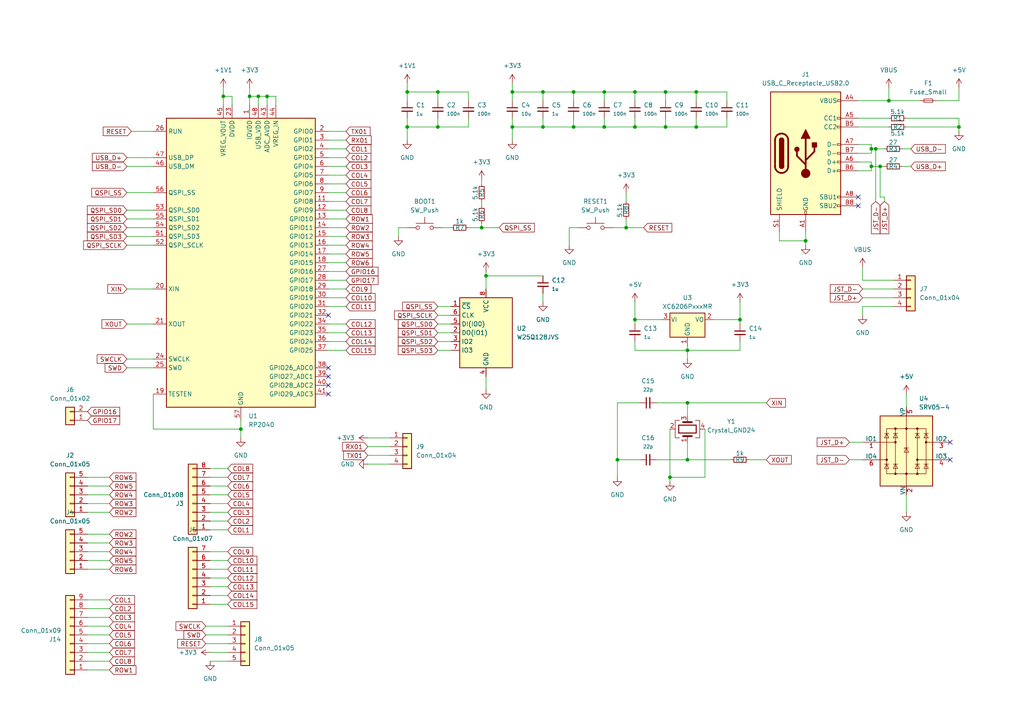
<source format=kicad_sch>
(kicad_sch (version 20230121) (generator eeschema)
  (paper "A4")
  (lib_symbols
    (symbol "Connector:USB_C_Receptacle_USB2.0" (pin_names (offset 1.016))
      (property "Reference" "J" (at -10.16 19.05 0))
      (property "Value" "USB_C_Receptacle_USB2.0" (at 19.05 19.05 0))
      (symbol "USB_C_Receptacle_USB2.0_1_1"
        (pin passive line (at 0 -22.86 90) (length 5.08) (name "GND") (number "A1"))
        (pin passive line (at 0 -22.86 90) (length 5.08) hide (name "GND") (number "A12"))
        (pin passive line (at 15.24 15.24 180) (length 5.08) (name "VBUS") (number "A4"))
        (pin bidirectional line (at 15.24 10.16 180) (length 5.08) (name "CC1") (number "A5"))
        (pin bidirectional line (at 15.24 -2.54 180) (length 5.08) (name "D+") (number "A6"))
        (pin bidirectional line (at 15.24 2.54 180) (length 5.08) (name "D-") (number "A7"))
        (pin bidirectional line (at 15.24 -12.7 180) (length 5.08) (name "SBU1") (number "A8"))
        (pin passive line (at 15.24 15.24 180) (length 5.08) hide (name "VBUS") (number "A9"))
        (pin passive line (at 0 -22.86 90) (length 5.08) hide (name "GND") (number "B1"))
        (pin passive line (at 0 -22.86 90) (length 5.08) hide (name "GND") (number "B12"))
        (pin passive line (at 15.24 15.24 180) (length 5.08) hide (name "VBUS") (number "B4"))
        (pin bidirectional line (at 15.24 7.62 180) (length 5.08) (name "CC2") (number "B5"))
        (pin bidirectional line (at 15.24 -5.08 180) (length 5.08) (name "D+") (number "B6"))
        (pin bidirectional line (at 15.24 0 180) (length 5.08) (name "D-") (number "B7"))
        (pin bidirectional line (at 15.24 -15.24 180) (length 5.08) (name "SBU2") (number "B8"))
        (pin passive line (at 15.24 15.24 180) (length 5.08) hide (name "VBUS") (number "B9"))
        (pin passive line (at -7.62 -22.86 90) (length 5.08) (name "SHIELD") (number "S1"))
      )
    )
    (symbol "Connector_Generic:Conn_01x02" (pin_names (offset 1.016) hide)
      (property "Reference" "J" (at 0 2.54 0))
      (property "Value" "Conn_01x02" (at 0 -5.08 0))
      (symbol "Conn_01x02_1_1"
        (pin passive line (at -5.08 0 0) (length 3.81) (name "Pin_1") (number "1"))
        (pin passive line (at -5.08 -2.54 0) (length 3.81) (name "Pin_2") (number "2"))
      )
    )
    (symbol "Connector_Generic:Conn_01x04" (pin_names (offset 1.016) hide)
      (property "Reference" "J" (at 0 5.08 0))
      (property "Value" "Conn_01x04" (at 0 -7.62 0))
      (symbol "Conn_01x04_1_1"
        (pin passive line (at -5.08 2.54 0) (length 3.81) (name "Pin_1") (number "1"))
        (pin passive line (at -5.08 0 0) (length 3.81) (name "Pin_2") (number "2"))
        (pin passive line (at -5.08 -2.54 0) (length 3.81) (name "Pin_3") (number "3"))
        (pin passive line (at -5.08 -5.08 0) (length 3.81) (name "Pin_4") (number "4"))
      )
    )
    (symbol "Connector_Generic:Conn_01x05" (pin_names (offset 1.016) hide)
      (property "Reference" "J" (at 0 7.62 0))
      (property "Value" "Conn_01x05" (at 0 -7.62 0))
      (symbol "Conn_01x05_1_1"
        (pin passive line (at -5.08 5.08 0) (length 3.81) (name "Pin_1") (number "1"))
        (pin passive line (at -5.08 2.54 0) (length 3.81) (name "Pin_2") (number "2"))
        (pin passive line (at -5.08 0 0) (length 3.81) (name "Pin_3") (number "3"))
        (pin passive line (at -5.08 -2.54 0) (length 3.81) (name "Pin_4") (number "4"))
        (pin passive line (at -5.08 -5.08 0) (length 3.81) (name "Pin_5") (number "5"))
      )
    )
    (symbol "Connector_Generic:Conn_01x07" (pin_names (offset 1.016) hide)
      (property "Reference" "J" (at 0 10.16 0))
      (property "Value" "Conn_01x07" (at 0 -10.16 0))
      (symbol "Conn_01x07_1_1"
        (pin passive line (at -5.08 7.62 0) (length 3.81) (name "Pin_1") (number "1"))
        (pin passive line (at -5.08 5.08 0) (length 3.81) (name "Pin_2") (number "2"))
        (pin passive line (at -5.08 2.54 0) (length 3.81) (name "Pin_3") (number "3"))
        (pin passive line (at -5.08 0 0) (length 3.81) (name "Pin_4") (number "4"))
        (pin passive line (at -5.08 -2.54 0) (length 3.81) (name "Pin_5") (number "5"))
        (pin passive line (at -5.08 -5.08 0) (length 3.81) (name "Pin_6") (number "6"))
        (pin passive line (at -5.08 -7.62 0) (length 3.81) (name "Pin_7") (number "7"))
      )
    )
    (symbol "Connector_Generic:Conn_01x08" (pin_names (offset 1.016) hide)
      (property "Reference" "J" (at 0 10.16 0))
      (property "Value" "Conn_01x08" (at 0 -12.7 0))
      (symbol "Conn_01x08_1_1"
        (pin passive line (at -5.08 7.62 0) (length 3.81) (name "Pin_1") (number "1"))
        (pin passive line (at -5.08 5.08 0) (length 3.81) (name "Pin_2") (number "2"))
        (pin passive line (at -5.08 2.54 0) (length 3.81) (name "Pin_3") (number "3"))
        (pin passive line (at -5.08 0 0) (length 3.81) (name "Pin_4") (number "4"))
        (pin passive line (at -5.08 -2.54 0) (length 3.81) (name "Pin_5") (number "5"))
        (pin passive line (at -5.08 -5.08 0) (length 3.81) (name "Pin_6") (number "6"))
        (pin passive line (at -5.08 -7.62 0) (length 3.81) (name "Pin_7") (number "7"))
        (pin passive line (at -5.08 -10.16 0) (length 3.81) (name "Pin_8") (number "8"))
      )
    )
    (symbol "Connector_Generic:Conn_01x09" (pin_names (offset 1.016) hide)
      (property "Reference" "J" (at 0 12.7 0))
      (property "Value" "Conn_01x09" (at 0 -12.7 0))
      (symbol "Conn_01x09_1_1"
        (pin passive line (at -5.08 10.16 0) (length 3.81) (name "Pin_1") (number "1"))
        (pin passive line (at -5.08 7.62 0) (length 3.81) (name "Pin_2") (number "2"))
        (pin passive line (at -5.08 5.08 0) (length 3.81) (name "Pin_3") (number "3"))
        (pin passive line (at -5.08 2.54 0) (length 3.81) (name "Pin_4") (number "4"))
        (pin passive line (at -5.08 0 0) (length 3.81) (name "Pin_5") (number "5"))
        (pin passive line (at -5.08 -2.54 0) (length 3.81) (name "Pin_6") (number "6"))
        (pin passive line (at -5.08 -5.08 0) (length 3.81) (name "Pin_7") (number "7"))
        (pin passive line (at -5.08 -7.62 0) (length 3.81) (name "Pin_8") (number "8"))
        (pin passive line (at -5.08 -10.16 0) (length 3.81) (name "Pin_9") (number "9"))
      )
    )
    (symbol "Device:C_Small" (pin_numbers hide) (pin_names (offset 0.254) hide)
      (property "Reference" "C" (at 0.254 1.778 0))
      (property "Value" "C_Small" (at 0.254 -2.032 0))
      (symbol "C_Small_1_1"
        (pin passive line (at 0 2.54 270) (length 2.032) (name "~") (number "1"))
        (pin passive line (at 0 -2.54 90) (length 2.032) (name "~") (number "2"))
      )
    )
    (symbol "Device:Crystal_GND24" (pin_names (offset 1.016) hide)
      (property "Reference" "Y" (at 3.175 5.08 0))
      (property "Value" "Crystal_GND24" (at 3.175 3.175 0))
      (symbol "Crystal_GND24_1_1"
        (pin passive line (at -3.81 0 0) (length 1.27) (name "1") (number "1"))
        (pin passive line (at 0 5.08 270) (length 1.27) (name "2") (number "2"))
        (pin passive line (at 3.81 0 180) (length 1.27) (name "3") (number "3"))
        (pin passive line (at 0 -5.08 90) (length 1.27) (name "4") (number "4"))
      )
    )
    (symbol "Device:Fuse_Small" (pin_numbers hide) (pin_names (offset 0.254) hide)
      (property "Reference" "F" (at 0 -1.524 0))
      (property "Value" "Fuse_Small" (at 0 1.524 0))
      (symbol "Fuse_Small_1_1"
        (pin passive line (at -2.54 0 0) (length 1.27) (name "~") (number "1"))
        (pin passive line (at 2.54 0 180) (length 1.27) (name "~") (number "2"))
      )
    )
    (symbol "Device:R_Small" (pin_numbers hide) (pin_names (offset 0.254) hide)
      (property "Reference" "R" (at 0.762 0.508 0))
      (property "Value" "R_Small" (at 0.762 -1.016 0))
      (symbol "R_Small_1_1"
        (pin passive line (at 0 2.54 270) (length 0.762) (name "~") (number "1"))
        (pin passive line (at 0 -2.54 90) (length 0.762) (name "~") (number "2"))
      )
    )
    (symbol "MCU_RaspberryPi:RP2040"
      (property "Reference" "U" (at 17.78 45.72 0))
      (property "Value" "RP2040" (at 17.78 43.18 0))
      (symbol "RP2040_1_1"
        (pin power_in line (at 2.54 45.72 270) (length 3.81) (name "IOVDD") (number "1"))
        (pin passive line (at 2.54 45.72 270) (length 3.81) hide (name "IOVDD") (number "10"))
        (pin bidirectional line (at 25.4 17.78 180) (length 3.81) (name "GPIO8") (number "11"))
        (pin bidirectional line (at 25.4 15.24 180) (length 3.81) (name "GPIO9") (number "12"))
        (pin bidirectional line (at 25.4 12.7 180) (length 3.81) (name "GPIO10") (number "13"))
        (pin bidirectional line (at 25.4 10.16 180) (length 3.81) (name "GPIO11") (number "14"))
        (pin bidirectional line (at 25.4 7.62 180) (length 3.81) (name "GPIO12") (number "15"))
        (pin bidirectional line (at 25.4 5.08 180) (length 3.81) (name "GPIO13") (number "16"))
        (pin bidirectional line (at 25.4 2.54 180) (length 3.81) (name "GPIO14") (number "17"))
        (pin bidirectional line (at 25.4 0 180) (length 3.81) (name "GPIO15") (number "18"))
        (pin input line (at -25.4 -38.1 0) (length 3.81) (name "TESTEN") (number "19"))
        (pin bidirectional line (at 25.4 38.1 180) (length 3.81) (name "GPIO0") (number "2"))
        (pin input line (at -25.4 -7.62 0) (length 3.81) (name "XIN") (number "20"))
        (pin passive line (at -25.4 -17.78 0) (length 3.81) (name "XOUT") (number "21"))
        (pin passive line (at 2.54 45.72 270) (length 3.81) hide (name "IOVDD") (number "22"))
        (pin power_in line (at -2.54 45.72 270) (length 3.81) (name "DVDD") (number "23"))
        (pin input line (at -25.4 -27.94 0) (length 3.81) (name "SWCLK") (number "24"))
        (pin bidirectional line (at -25.4 -30.48 0) (length 3.81) (name "SWD") (number "25"))
        (pin input line (at -25.4 38.1 0) (length 3.81) (name "RUN") (number "26"))
        (pin bidirectional line (at 25.4 -2.54 180) (length 3.81) (name "GPIO16") (number "27"))
        (pin bidirectional line (at 25.4 -5.08 180) (length 3.81) (name "GPIO17") (number "28"))
        (pin bidirectional line (at 25.4 -7.62 180) (length 3.81) (name "GPIO18") (number "29"))
        (pin bidirectional line (at 25.4 35.56 180) (length 3.81) (name "GPIO1") (number "3"))
        (pin bidirectional line (at 25.4 -10.16 180) (length 3.81) (name "GPIO19") (number "30"))
        (pin bidirectional line (at 25.4 -12.7 180) (length 3.81) (name "GPIO20") (number "31"))
        (pin bidirectional line (at 25.4 -15.24 180) (length 3.81) (name "GPIO21") (number "32"))
        (pin passive line (at 2.54 45.72 270) (length 3.81) hide (name "IOVDD") (number "33"))
        (pin bidirectional line (at 25.4 -17.78 180) (length 3.81) (name "GPIO22") (number "34"))
        (pin bidirectional line (at 25.4 -20.32 180) (length 3.81) (name "GPIO23") (number "35"))
        (pin bidirectional line (at 25.4 -22.86 180) (length 3.81) (name "GPIO24") (number "36"))
        (pin bidirectional line (at 25.4 -25.4 180) (length 3.81) (name "GPIO25") (number "37"))
        (pin bidirectional line (at 25.4 -30.48 180) (length 3.81) (name "GPIO26_ADC0") (number "38"))
        (pin bidirectional line (at 25.4 -33.02 180) (length 3.81) (name "GPIO27_ADC1") (number "39"))
        (pin bidirectional line (at 25.4 33.02 180) (length 3.81) (name "GPIO2") (number "4"))
        (pin bidirectional line (at 25.4 -35.56 180) (length 3.81) (name "GPIO28_ADC2") (number "40"))
        (pin bidirectional line (at 25.4 -38.1 180) (length 3.81) (name "GPIO29_ADC3") (number "41"))
        (pin passive line (at 2.54 45.72 270) (length 3.81) hide (name "IOVDD") (number "42"))
        (pin power_in line (at 7.62 45.72 270) (length 3.81) (name "ADC_AVDD") (number "43"))
        (pin power_in line (at 10.16 45.72 270) (length 3.81) (name "VREG_IN") (number "44"))
        (pin power_out line (at -5.08 45.72 270) (length 3.81) (name "VREG_VOUT") (number "45"))
        (pin bidirectional line (at -25.4 27.94 0) (length 3.81) (name "USB_DM") (number "46"))
        (pin bidirectional line (at -25.4 30.48 0) (length 3.81) (name "USB_DP") (number "47"))
        (pin power_in line (at 5.08 45.72 270) (length 3.81) (name "USB_VDD") (number "48"))
        (pin passive line (at 2.54 45.72 270) (length 3.81) hide (name "IOVDD") (number "49"))
        (pin bidirectional line (at 25.4 30.48 180) (length 3.81) (name "GPIO3") (number "5"))
        (pin passive line (at -2.54 45.72 270) (length 3.81) hide (name "DVDD") (number "50"))
        (pin bidirectional line (at -25.4 7.62 0) (length 3.81) (name "QSPI_SD3") (number "51"))
        (pin output line (at -25.4 5.08 0) (length 3.81) (name "QSPI_SCLK") (number "52"))
        (pin bidirectional line (at -25.4 15.24 0) (length 3.81) (name "QSPI_SD0") (number "53"))
        (pin bidirectional line (at -25.4 10.16 0) (length 3.81) (name "QSPI_SD2") (number "54"))
        (pin bidirectional line (at -25.4 12.7 0) (length 3.81) (name "QSPI_SD1") (number "55"))
        (pin bidirectional line (at -25.4 20.32 0) (length 3.81) (name "QSPI_SS") (number "56"))
        (pin power_in line (at 0 -45.72 90) (length 3.81) (name "GND") (number "57"))
        (pin bidirectional line (at 25.4 27.94 180) (length 3.81) (name "GPIO4") (number "6"))
        (pin bidirectional line (at 25.4 25.4 180) (length 3.81) (name "GPIO5") (number "7"))
        (pin bidirectional line (at 25.4 22.86 180) (length 3.81) (name "GPIO6") (number "8"))
        (pin bidirectional line (at 25.4 20.32 180) (length 3.81) (name "GPIO7") (number "9"))
      )
    )
    (symbol "Memory_Flash:W25Q128JVS"
      (property "Reference" "U" (at -8.89 8.89 0))
      (property "Value" "W25Q128JVS" (at 7.62 8.89 0))
      (symbol "W25Q128JVS_1_1"
        (pin input line (at -10.16 7.62 0) (length 2.54) (name "~{CS}") (number "1"))
        (pin bidirectional line (at -10.16 0 0) (length 2.54) (name "DO(IO1)") (number "2"))
        (pin bidirectional line (at -10.16 -2.54 0) (length 2.54) (name "IO2") (number "3"))
        (pin power_in line (at 0 -12.7 90) (length 2.54) (name "GND") (number "4"))
        (pin bidirectional line (at -10.16 2.54 0) (length 2.54) (name "DI(IO0)") (number "5"))
        (pin input line (at -10.16 5.08 0) (length 2.54) (name "CLK") (number "6"))
        (pin bidirectional line (at -10.16 -5.08 0) (length 2.54) (name "IO3") (number "7"))
        (pin power_in line (at 0 12.7 270) (length 2.54) (name "VCC") (number "8"))
      )
    )
    (symbol "PCM_marbastlib-various:SRV05-4" (pin_names (offset 0))
      (property "Reference" "U" (at -5.08 11.43 0))
      (property "Value" "SRV05-4" (at 2.54 11.43 0))
      (symbol "SRV05-4_1_1"
        (pin passive line (at -12.7 2.54 0) (length 5.08) (name "IO1") (number "1"))
        (pin passive line (at 0 -12.7 90) (length 2.54) (name "VN") (number "2"))
        (pin passive line (at 12.7 2.54 180) (length 5.08) (name "IO2") (number "3"))
        (pin passive line (at 12.7 -2.54 180) (length 5.08) (name "IO3") (number "4"))
        (pin passive line (at 0 12.7 270) (length 2.54) (name "VP") (number "5"))
        (pin passive line (at -12.7 -2.54 0) (length 5.08) (name "IO4") (number "6"))
      )
    )
    (symbol "Regulator_Linear:XC6206PxxxMR" (pin_names (offset 0.254))
      (property "Reference" "U" (at -3.81 3.175 0))
      (property "Value" "XC6206PxxxMR" (at 0 3.175 0))
      (symbol "XC6206PxxxMR_1_1"
        (pin power_in line (at 0 -7.62 90) (length 2.54) (name "GND") (number "1"))
        (pin power_out line (at 7.62 0 180) (length 2.54) (name "VO") (number "2"))
        (pin power_in line (at -7.62 0 0) (length 2.54) (name "VI") (number "3"))
      )
    )
    (symbol "Switch:SW_Push" (pin_numbers hide) (pin_names (offset 1.016) hide)
      (property "Reference" "SW" (at 1.27 2.54 0))
      (property "Value" "SW_Push" (at 0 -1.524 0))
      (symbol "SW_Push_0_1"
        (pin passive line (at -5.08 0 0) (length 2.54) (name "1") (number "1"))
        (pin passive line (at 5.08 0 180) (length 2.54) (name "2") (number "2"))
      )
    )
    (symbol "power:+1V1" (power) (pin_names (offset 0))
      (property "Value" "+1V1" (at 0 3.556 0))
      (symbol "+1V1_1_1"
        (pin power_in line (at 0 0 90) (length 0) hide (name "+1V1") (number "1"))
      )
    )
    (symbol "power:+3V3" (power) (pin_names (offset 0))
      (property "Value" "+3V3" (at 0 3.556 0))
      (symbol "+3V3_1_1"
        (pin power_in line (at 0 0 90) (length 0) hide (name "+3V3") (number "1"))
      )
    )
    (symbol "power:+5V" (power) (pin_names (offset 0))
      (property "Value" "+5V" (at 0 3.556 0))
      (symbol "+5V_1_1"
        (pin power_in line (at 0 0 90) (length 0) hide (name "+5V") (number "1"))
      )
    )
    (symbol "power:GND" (power) (pin_names (offset 0))
      (property "Value" "GND" (at 0 -3.81 0))
      (symbol "GND_1_1"
        (pin power_in line (at 0 0 270) (length 0) hide (name "GND") (number "1"))
      )
    )
    (symbol "power:VBUS" (power) (pin_names (offset 0))
      (property "Value" "VBUS" (at 0 3.81 0))
      (symbol "VBUS_1_1"
        (pin power_in line (at 0 0 90) (length 0) hide (name "VBUS") (number "1"))
      )
    )
  )
  (junction (at 64.77 27.94))
  (junction (at 118.11 36.83))
  (junction (at 214.63 92.71))
  (junction (at 148.59 26.67))
  (junction (at 193.04 36.83))
  (junction (at 127 36.83))
  (junction (at 199.39 133.35))
  (junction (at 69.85 124.46))
  (junction (at 179.07 133.35))
  (junction (at 72.39 27.94))
  (junction (at 148.59 36.83))
  (junction (at 199.39 116.84))
  (junction (at 252.73 43.18))
  (junction (at 139.7 66.04))
  (junction (at 194.31 138.43))
  (junction (at 157.48 26.67))
  (junction (at 184.15 26.67))
  (junction (at 77.47 27.94))
  (junction (at 255.27 48.26))
  (junction (at 201.93 36.83))
  (junction (at 184.15 92.71))
  (junction (at 175.26 26.67))
  (junction (at 254 43.18))
  (junction (at 201.93 26.67))
  (junction (at 184.15 36.83))
  (junction (at 257.81 29.21))
  (junction (at 175.26 36.83))
  (junction (at 166.37 36.83))
  (junction (at 278.13 36.83))
  (junction (at 127 26.67))
  (junction (at 181.61 66.04))
  (junction (at 140.97 80.01))
  (junction (at 252.73 48.26))
  (junction (at 199.39 101.6))
  (junction (at 233.68 69.85))
  (junction (at 157.48 36.83))
  (junction (at 74.93 27.94))
  (junction (at 118.11 26.67))
  (junction (at 166.37 26.67))
  (junction (at 193.04 26.67))
  (no_connect (at 248.92 59.69))
  (no_connect (at 275.59 133.35))
  (no_connect (at 95.25 109.22))
  (no_connect (at 95.25 114.3))
  (no_connect (at 275.59 128.27))
  (no_connect (at 95.25 111.76))
  (no_connect (at 95.25 91.44))
  (no_connect (at 95.25 106.68))
  (no_connect (at 248.92 57.15))
  (wire (pts (xy 199.39 133.35) (xy 212.09 133.35)))
  (wire (pts (xy 60.96 143.51) (xy 66.04 143.51)))
  (wire (pts (xy 60.96 138.43) (xy 66.04 138.43)))
  (wire (pts (xy 184.15 92.71) (xy 184.15 93.98)))
  (wire (pts (xy 36.83 71.12) (xy 44.45 71.12)))
  (wire (pts (xy 250.19 77.47) (xy 250.19 81.28)))
  (wire (pts (xy 60.96 175.26) (xy 66.04 175.26)))
  (wire (pts (xy 25.4 143.51) (xy 31.75 143.51)))
  (wire (pts (xy 140.97 78.74) (xy 140.97 80.01)))
  (wire (pts (xy 261.62 48.26) (xy 264.16 48.26)))
  (wire (pts (xy 31.75 162.56) (xy 25.4 162.56)))
  (wire (pts (xy 128.27 66.04) (xy 130.81 66.04)))
  (wire (pts (xy 60.96 191.77) (xy 66.04 191.77)))
  (wire (pts (xy 255.27 57.15) (xy 255.27 48.26)))
  (wire (pts (xy 194.31 124.46) (xy 194.31 138.43)))
  (wire (pts (xy 67.31 27.94) (xy 64.77 27.94)))
  (wire (pts (xy 95.25 86.36) (xy 100.33 86.36)))
  (wire (pts (xy 181.61 66.04) (xy 186.69 66.04)))
  (wire (pts (xy 210.82 36.83) (xy 201.93 36.83)))
  (wire (pts (xy 166.37 36.83) (xy 157.48 36.83)))
  (wire (pts (xy 157.48 36.83) (xy 148.59 36.83)))
  (wire (pts (xy 256.54 48.26) (xy 255.27 48.26)))
  (wire (pts (xy 256.54 57.15) (xy 255.27 57.15)))
  (wire (pts (xy 72.39 25.4) (xy 72.39 27.94)))
  (wire (pts (xy 127 91.44) (xy 130.81 91.44)))
  (wire (pts (xy 127 93.98) (xy 130.81 93.98)))
  (wire (pts (xy 167.64 66.04) (xy 165.1 66.04)))
  (wire (pts (xy 95.25 63.5) (xy 100.33 63.5)))
  (wire (pts (xy 190.5 116.84) (xy 199.39 116.84)))
  (wire (pts (xy 199.39 100.33) (xy 199.39 101.6)))
  (wire (pts (xy 252.73 46.99) (xy 252.73 48.26)))
  (wire (pts (xy 175.26 26.67) (xy 175.26 29.21)))
  (wire (pts (xy 148.59 26.67) (xy 157.48 26.67)))
  (wire (pts (xy 25.4 173.99) (xy 31.75 173.99)))
  (wire (pts (xy 248.92 46.99) (xy 252.73 46.99)))
  (wire (pts (xy 248.92 29.21) (xy 257.81 29.21)))
  (wire (pts (xy 72.39 27.94) (xy 72.39 30.48)))
  (wire (pts (xy 106.68 127) (xy 113.03 127)))
  (wire (pts (xy 60.96 160.02) (xy 66.04 160.02)))
  (wire (pts (xy 250.19 83.82) (xy 259.08 83.82)))
  (wire (pts (xy 25.4 181.61) (xy 31.75 181.61)))
  (wire (pts (xy 262.89 114.3) (xy 262.89 118.11)))
  (wire (pts (xy 115.57 66.04) (xy 115.57 68.58)))
  (wire (pts (xy 118.11 36.83) (xy 127 36.83)))
  (wire (pts (xy 184.15 87.63) (xy 184.15 92.71)))
  (wire (pts (xy 199.39 116.84) (xy 199.39 120.65)))
  (wire (pts (xy 250.19 81.28) (xy 259.08 81.28)))
  (wire (pts (xy 250.19 91.44) (xy 250.19 88.9)))
  (wire (pts (xy 95.25 53.34) (xy 100.33 53.34)))
  (wire (pts (xy 38.1 38.1) (xy 44.45 38.1)))
  (wire (pts (xy 44.45 114.3) (xy 44.45 124.46)))
  (wire (pts (xy 95.25 38.1) (xy 100.33 38.1)))
  (wire (pts (xy 139.7 52.07) (xy 139.7 53.34)))
  (wire (pts (xy 190.5 133.35) (xy 199.39 133.35)))
  (wire (pts (xy 214.63 92.71) (xy 214.63 93.98)))
  (wire (pts (xy 25.4 194.31) (xy 31.75 194.31)))
  (wire (pts (xy 165.1 66.04) (xy 165.1 71.12)))
  (wire (pts (xy 148.59 36.83) (xy 148.59 40.64)))
  (wire (pts (xy 127 26.67) (xy 127 29.21)))
  (wire (pts (xy 226.06 69.85) (xy 233.68 69.85)))
  (wire (pts (xy 207.01 92.71) (xy 214.63 92.71)))
  (wire (pts (xy 252.73 41.91) (xy 252.73 43.18)))
  (wire (pts (xy 194.31 138.43) (xy 204.47 138.43)))
  (wire (pts (xy 278.13 29.21) (xy 278.13 25.4)))
  (wire (pts (xy 25.4 186.69) (xy 31.75 186.69)))
  (wire (pts (xy 36.83 66.04) (xy 44.45 66.04)))
  (wire (pts (xy 60.96 167.64) (xy 66.04 167.64)))
  (wire (pts (xy 77.47 27.94) (xy 74.93 27.94)))
  (wire (pts (xy 36.83 83.82) (xy 44.45 83.82)))
  (wire (pts (xy 95.25 101.6) (xy 100.33 101.6)))
  (wire (pts (xy 95.25 93.98) (xy 100.33 93.98)))
  (wire (pts (xy 194.31 138.43) (xy 194.31 139.7)))
  (wire (pts (xy 95.25 71.12) (xy 100.33 71.12)))
  (wire (pts (xy 250.19 86.36) (xy 259.08 86.36)))
  (wire (pts (xy 31.75 154.94) (xy 25.4 154.94)))
  (wire (pts (xy 135.89 26.67) (xy 135.89 29.21)))
  (wire (pts (xy 257.81 29.21) (xy 266.7 29.21)))
  (wire (pts (xy 25.4 191.77) (xy 31.75 191.77)))
  (wire (pts (xy 199.39 101.6) (xy 199.39 104.14)))
  (wire (pts (xy 201.93 34.29) (xy 201.93 36.83)))
  (wire (pts (xy 25.4 179.07) (xy 31.75 179.07)))
  (wire (pts (xy 44.45 124.46) (xy 69.85 124.46)))
  (wire (pts (xy 127 99.06) (xy 130.81 99.06)))
  (wire (pts (xy 199.39 101.6) (xy 214.63 101.6)))
  (wire (pts (xy 233.68 69.85) (xy 233.68 71.12)))
  (wire (pts (xy 278.13 36.83) (xy 278.13 38.1)))
  (wire (pts (xy 214.63 101.6) (xy 214.63 99.06)))
  (wire (pts (xy 204.47 124.46) (xy 204.47 138.43)))
  (wire (pts (xy 74.93 27.94) (xy 72.39 27.94)))
  (wire (pts (xy 36.83 48.26) (xy 44.45 48.26)))
  (wire (pts (xy 248.92 36.83) (xy 257.81 36.83)))
  (wire (pts (xy 95.25 81.28) (xy 100.33 81.28)))
  (wire (pts (xy 140.97 80.01) (xy 140.97 83.82)))
  (wire (pts (xy 175.26 26.67) (xy 184.15 26.67)))
  (wire (pts (xy 60.96 140.97) (xy 66.04 140.97)))
  (wire (pts (xy 262.89 143.51) (xy 262.89 148.59)))
  (wire (pts (xy 60.96 151.13) (xy 66.04 151.13)))
  (wire (pts (xy 95.25 78.74) (xy 100.33 78.74)))
  (wire (pts (xy 118.11 66.04) (xy 115.57 66.04)))
  (wire (pts (xy 248.92 34.29) (xy 257.81 34.29)))
  (wire (pts (xy 184.15 101.6) (xy 199.39 101.6)))
  (wire (pts (xy 80.01 27.94) (xy 77.47 27.94)))
  (wire (pts (xy 185.42 116.84) (xy 179.07 116.84)))
  (wire (pts (xy 248.92 41.91) (xy 252.73 41.91)))
  (wire (pts (xy 95.25 55.88) (xy 100.33 55.88)))
  (wire (pts (xy 199.39 128.27) (xy 199.39 133.35)))
  (wire (pts (xy 135.89 36.83) (xy 135.89 34.29)))
  (wire (pts (xy 252.73 43.18) (xy 252.73 44.45)))
  (wire (pts (xy 166.37 26.67) (xy 175.26 26.67)))
  (wire (pts (xy 95.25 48.26) (xy 100.33 48.26)))
  (wire (pts (xy 166.37 26.67) (xy 166.37 29.21)))
  (wire (pts (xy 67.31 30.48) (xy 67.31 27.94)))
  (wire (pts (xy 127 96.52) (xy 130.81 96.52)))
  (wire (pts (xy 184.15 26.67) (xy 184.15 29.21)))
  (wire (pts (xy 175.26 34.29) (xy 175.26 36.83)))
  (wire (pts (xy 60.96 148.59) (xy 66.04 148.59)))
  (wire (pts (xy 246.38 133.35) (xy 250.19 133.35)))
  (wire (pts (xy 36.83 63.5) (xy 44.45 63.5)))
  (wire (pts (xy 80.01 30.48) (xy 80.01 27.94)))
  (wire (pts (xy 69.85 121.92) (xy 69.85 124.46)))
  (wire (pts (xy 95.25 68.58) (xy 100.33 68.58)))
  (wire (pts (xy 177.8 66.04) (xy 181.61 66.04)))
  (wire (pts (xy 95.25 58.42) (xy 100.33 58.42)))
  (wire (pts (xy 127 36.83) (xy 135.89 36.83)))
  (wire (pts (xy 148.59 29.21) (xy 148.59 26.67)))
  (wire (pts (xy 25.4 148.59) (xy 31.75 148.59)))
  (wire (pts (xy 118.11 24.13) (xy 118.11 26.67)))
  (wire (pts (xy 31.75 165.1) (xy 25.4 165.1)))
  (wire (pts (xy 36.83 60.96) (xy 44.45 60.96)))
  (wire (pts (xy 201.93 26.67) (xy 210.82 26.67)))
  (wire (pts (xy 95.25 96.52) (xy 100.33 96.52)))
  (wire (pts (xy 60.96 135.89) (xy 66.04 135.89)))
  (wire (pts (xy 127 101.6) (xy 130.81 101.6)))
  (wire (pts (xy 199.39 116.84) (xy 222.25 116.84)))
  (wire (pts (xy 210.82 34.29) (xy 210.82 36.83)))
  (wire (pts (xy 77.47 27.94) (xy 77.47 30.48)))
  (wire (pts (xy 60.96 162.56) (xy 66.04 162.56)))
  (wire (pts (xy 118.11 34.29) (xy 118.11 36.83)))
  (wire (pts (xy 95.25 76.2) (xy 100.33 76.2)))
  (wire (pts (xy 250.19 88.9) (xy 259.08 88.9)))
  (wire (pts (xy 252.73 43.18) (xy 254 43.18)))
  (wire (pts (xy 254 43.18) (xy 256.54 43.18)))
  (wire (pts (xy 193.04 26.67) (xy 193.04 29.21)))
  (wire (pts (xy 95.25 88.9) (xy 100.33 88.9)))
  (wire (pts (xy 179.07 133.35) (xy 179.07 138.43)))
  (wire (pts (xy 118.11 29.21) (xy 118.11 26.67)))
  (wire (pts (xy 25.4 146.05) (xy 31.75 146.05)))
  (wire (pts (xy 214.63 87.63) (xy 214.63 92.71)))
  (wire (pts (xy 95.25 73.66) (xy 100.33 73.66)))
  (wire (pts (xy 246.38 128.27) (xy 250.19 128.27)))
  (wire (pts (xy 201.93 26.67) (xy 201.93 29.21)))
  (wire (pts (xy 74.93 27.94) (xy 74.93 30.48)))
  (wire (pts (xy 118.11 26.67) (xy 127 26.67)))
  (wire (pts (xy 252.73 48.26) (xy 255.27 48.26)))
  (wire (pts (xy 271.78 29.21) (xy 278.13 29.21)))
  (wire (pts (xy 148.59 36.83) (xy 148.59 34.29)))
  (wire (pts (xy 60.96 165.1) (xy 66.04 165.1)))
  (wire (pts (xy 254 58.42) (xy 254 43.18)))
  (wire (pts (xy 252.73 44.45) (xy 248.92 44.45)))
  (wire (pts (xy 233.68 67.31) (xy 233.68 69.85)))
  (wire (pts (xy 118.11 36.83) (xy 118.11 40.64)))
  (wire (pts (xy 262.89 36.83) (xy 278.13 36.83)))
  (wire (pts (xy 210.82 26.67) (xy 210.82 29.21)))
  (wire (pts (xy 95.25 99.06) (xy 100.33 99.06)))
  (wire (pts (xy 95.25 43.18) (xy 100.33 43.18)))
  (wire (pts (xy 135.89 66.04) (xy 139.7 66.04)))
  (wire (pts (xy 148.59 24.13) (xy 148.59 26.67)))
  (wire (pts (xy 262.89 34.29) (xy 278.13 34.29)))
  (wire (pts (xy 193.04 34.29) (xy 193.04 36.83)))
  (wire (pts (xy 25.4 140.97) (xy 31.75 140.97)))
  (wire (pts (xy 193.04 36.83) (xy 184.15 36.83)))
  (wire (pts (xy 95.25 50.8) (xy 100.33 50.8)))
  (wire (pts (xy 60.96 189.23) (xy 66.04 189.23)))
  (wire (pts (xy 95.25 40.64) (xy 100.33 40.64)))
  (wire (pts (xy 181.61 55.88) (xy 181.61 58.42)))
  (wire (pts (xy 127 88.9) (xy 130.81 88.9)))
  (wire (pts (xy 69.85 124.46) (xy 69.85 127)))
  (wire (pts (xy 60.96 172.72) (xy 66.04 172.72)))
  (wire (pts (xy 127 26.67) (xy 135.89 26.67)))
  (wire (pts (xy 95.25 60.96) (xy 100.33 60.96)))
  (wire (pts (xy 106.68 132.08) (xy 113.03 132.08)))
  (wire (pts (xy 201.93 36.83) (xy 193.04 36.83)))
  (wire (pts (xy 25.4 184.15) (xy 31.75 184.15)))
  (wire (pts (xy 106.68 134.62) (xy 113.03 134.62)))
  (wire (pts (xy 175.26 36.83) (xy 166.37 36.83)))
  (wire (pts (xy 59.69 186.69) (xy 66.04 186.69)))
  (wire (pts (xy 139.7 66.04) (xy 144.78 66.04)))
  (wire (pts (xy 64.77 25.4) (xy 64.77 27.94)))
  (wire (pts (xy 140.97 80.01) (xy 157.48 80.01)))
  (wire (pts (xy 191.77 92.71) (xy 184.15 92.71)))
  (wire (pts (xy 157.48 26.67) (xy 166.37 26.67)))
  (wire (pts (xy 36.83 104.14) (xy 44.45 104.14)))
  (wire (pts (xy 95.25 45.72) (xy 100.33 45.72)))
  (wire (pts (xy 157.48 85.09) (xy 157.48 87.63)))
  (wire (pts (xy 139.7 58.42) (xy 139.7 59.69)))
  (wire (pts (xy 59.69 181.61) (xy 66.04 181.61)))
  (wire (pts (xy 36.83 106.68) (xy 44.45 106.68)))
  (wire (pts (xy 64.77 27.94) (xy 64.77 30.48)))
  (wire (pts (xy 257.81 25.4) (xy 257.81 29.21)))
  (wire (pts (xy 36.83 68.58) (xy 44.45 68.58)))
  (wire (pts (xy 179.07 116.84) (xy 179.07 133.35)))
  (wire (pts (xy 60.96 153.67) (xy 66.04 153.67)))
  (wire (pts (xy 256.54 58.42) (xy 256.54 57.15)))
  (wire (pts (xy 31.75 160.02) (xy 25.4 160.02)))
  (wire (pts (xy 217.17 133.35) (xy 222.25 133.35)))
  (wire (pts (xy 181.61 63.5) (xy 181.61 66.04)))
  (wire (pts (xy 95.25 83.82) (xy 100.33 83.82)))
  (wire (pts (xy 278.13 34.29) (xy 278.13 36.83)))
  (wire (pts (xy 252.73 48.26) (xy 252.73 49.53)))
  (wire (pts (xy 36.83 93.98) (xy 44.45 93.98)))
  (wire (pts (xy 59.69 184.15) (xy 66.04 184.15)))
  (wire (pts (xy 226.06 67.31) (xy 226.06 69.85)))
  (wire (pts (xy 157.48 26.67) (xy 157.48 29.21)))
  (wire (pts (xy 36.83 55.88) (xy 44.45 55.88)))
  (wire (pts (xy 184.15 34.29) (xy 184.15 36.83)))
  (wire (pts (xy 184.15 36.83) (xy 175.26 36.83)))
  (wire (pts (xy 25.4 189.23) (xy 31.75 189.23)))
  (wire (pts (xy 179.07 133.35) (xy 185.42 133.35)))
  (wire (pts (xy 25.4 176.53) (xy 31.75 176.53)))
  (wire (pts (xy 184.15 99.06) (xy 184.15 101.6)))
  (wire (pts (xy 139.7 64.77) (xy 139.7 66.04)))
  (wire (pts (xy 193.04 26.67) (xy 201.93 26.67)))
  (wire (pts (xy 127 34.29) (xy 127 36.83)))
  (wire (pts (xy 140.97 109.22) (xy 140.97 113.03)))
  (wire (pts (xy 95.25 66.04) (xy 100.33 66.04)))
  (wire (pts (xy 252.73 49.53) (xy 248.92 49.53)))
  (wire (pts (xy 25.4 138.43) (xy 31.75 138.43)))
  (wire (pts (xy 36.83 45.72) (xy 44.45 45.72)))
  (wire (pts (xy 60.96 146.05) (xy 66.04 146.05)))
  (wire (pts (xy 106.68 129.54) (xy 113.03 129.54)))
  (wire (pts (xy 166.37 34.29) (xy 166.37 36.83)))
  (wire (pts (xy 60.96 170.18) (xy 66.04 170.18)))
  (wire (pts (xy 31.75 157.48) (xy 25.4 157.48)))
  (wire (pts (xy 261.62 43.18) (xy 264.16 43.18)))
  (wire (pts (xy 184.15 26.67) (xy 193.04 26.67)))
  (wire (pts (xy 157.48 34.29) (xy 157.48 36.83)))
  (global_label "QSPI_SD2" (shape input) (at 36.83 66.04 180) (property "Intersheetrefs" "${INTERSHEET_REFS}" (effects hide)))
  (global_label "QSPI_SD1" (shape input) (at 127 96.52 180) (property "Intersheetrefs" "${INTERSHEET_REFS}" (effects hide)))
  (global_label "COL4" (shape input) (at 100.33 50.8 0) (property "Intersheetrefs" "${INTERSHEET_REFS}" (effects hide)))
  (global_label "COL2" (shape input) (at 31.75 176.53 0) (property "Intersheetrefs" "${INTERSHEET_REFS}" (effects hide)))
  (global_label "COL3" (shape input) (at 100.33 48.26 0) (property "Intersheetrefs" "${INTERSHEET_REFS}" (effects hide)))
  (global_label "QSPI_SS" (shape input) (at 36.83 55.88 180) (property "Intersheetrefs" "${INTERSHEET_REFS}" (effects hide)))
  (global_label "ROW1" (shape input) (at 31.75 194.31 0) (property "Intersheetrefs" "${INTERSHEET_REFS}" (effects hide)))
  (global_label "COL15" (shape input) (at 100.33 101.6 0) (property "Intersheetrefs" "${INTERSHEET_REFS}" (effects hide)))
  (global_label "COL14" (shape input) (at 100.33 99.06 0) (property "Intersheetrefs" "${INTERSHEET_REFS}" (effects hide)))
  (global_label "COL7" (shape input) (at 31.75 189.23 0) (property "Intersheetrefs" "${INTERSHEET_REFS}" (effects hide)))
  (global_label "QSPI_SD2" (shape input) (at 127 99.06 180) (property "Intersheetrefs" "${INTERSHEET_REFS}" (effects hide)))
  (global_label "JST_D+" (shape input) (at 256.54 58.42 270) (property "Intersheetrefs" "${INTERSHEET_REFS}" (effects hide)))
  (global_label "ROW2" (shape input) (at 31.75 154.94 0) (property "Intersheetrefs" "${INTERSHEET_REFS}" (effects hide)))
  (global_label "COL8" (shape input) (at 100.33 60.96 0) (property "Intersheetrefs" "${INTERSHEET_REFS}" (effects hide)))
  (global_label "COL7" (shape input) (at 66.04 138.43 0) (property "Intersheetrefs" "${INTERSHEET_REFS}" (effects hide)))
  (global_label "USB_D-" (shape input) (at 264.16 43.18 0) (property "Intersheetrefs" "${INTERSHEET_REFS}" (effects hide)))
  (global_label "ROW2" (shape input) (at 100.33 66.04 0) (property "Intersheetrefs" "${INTERSHEET_REFS}" (effects hide)))
  (global_label "COL5" (shape input) (at 31.75 184.15 0) (property "Intersheetrefs" "${INTERSHEET_REFS}" (effects hide)))
  (global_label "COL9" (shape input) (at 100.33 83.82 0) (property "Intersheetrefs" "${INTERSHEET_REFS}" (effects hide)))
  (global_label "COL12" (shape input) (at 66.04 167.64 0) (property "Intersheetrefs" "${INTERSHEET_REFS}" (effects hide)))
  (global_label "ROW2" (shape input) (at 31.75 148.59 0) (property "Intersheetrefs" "${INTERSHEET_REFS}" (effects hide)))
  (global_label "GPIO17" (shape input) (at 100.33 81.28 0) (property "Intersheetrefs" "${INTERSHEET_REFS}" (effects hide)))
  (global_label "JST_D-" (shape input) (at 254 58.42 270) (property "Intersheetrefs" "${INTERSHEET_REFS}" (effects hide)))
  (global_label "RX01" (shape input) (at 106.68 129.54 180) (property "Intersheetrefs" "${INTERSHEET_REFS}" (effects hide)))
  (global_label "SWCLK" (shape input) (at 36.83 104.14 180) (property "Intersheetrefs" "${INTERSHEET_REFS}" (effects hide)))
  (global_label "COL10" (shape input) (at 66.04 162.56 0) (property "Intersheetrefs" "${INTERSHEET_REFS}" (effects hide)))
  (global_label "XOUT" (shape input) (at 222.25 133.35 0) (property "Intersheetrefs" "${INTERSHEET_REFS}" (effects hide)))
  (global_label "RESET" (shape input) (at 186.69 66.04 0) (property "Intersheetrefs" "${INTERSHEET_REFS}" (effects hide)))
  (global_label "COL9" (shape input) (at 66.04 160.02 0) (property "Intersheetrefs" "${INTERSHEET_REFS}" (effects hide)))
  (global_label "JST_D+" (shape input) (at 246.38 128.27 180) (property "Intersheetrefs" "${INTERSHEET_REFS}" (effects hide)))
  (global_label "RX01" (shape input) (at 100.33 40.64 0) (property "Intersheetrefs" "${INTERSHEET_REFS}" (effects hide)))
  (global_label "COL11" (shape input) (at 66.04 165.1 0) (property "Intersheetrefs" "${INTERSHEET_REFS}" (effects hide)))
  (global_label "XIN" (shape input) (at 36.83 83.82 180) (property "Intersheetrefs" "${INTERSHEET_REFS}" (effects hide)))
  (global_label "QSPI_SD1" (shape input) (at 36.83 63.5 180) (property "Intersheetrefs" "${INTERSHEET_REFS}" (effects hide)))
  (global_label "COL2" (shape input) (at 66.04 151.13 0) (property "Intersheetrefs" "${INTERSHEET_REFS}" (effects hide)))
  (global_label "ROW6" (shape input) (at 31.75 165.1 0) (property "Intersheetrefs" "${INTERSHEET_REFS}" (effects hide)))
  (global_label "COL1" (shape input) (at 100.33 43.18 0) (property "Intersheetrefs" "${INTERSHEET_REFS}" (effects hide)))
  (global_label "GPIO16" (shape input) (at 100.33 78.74 0) (property "Intersheetrefs" "${INTERSHEET_REFS}" (effects hide)))
  (global_label "USB_D-" (shape input) (at 36.83 48.26 180) (property "Intersheetrefs" "${INTERSHEET_REFS}" (effects hide)))
  (global_label "QSPI_SCLK" (shape input) (at 127 91.44 180) (property "Intersheetrefs" "${INTERSHEET_REFS}" (effects hide)))
  (global_label "QSPI_SD3" (shape input) (at 127 101.6 180) (property "Intersheetrefs" "${INTERSHEET_REFS}" (effects hide)))
  (global_label "COL6" (shape input) (at 66.04 140.97 0) (property "Intersheetrefs" "${INTERSHEET_REFS}" (effects hide)))
  (global_label "COL11" (shape input) (at 100.33 88.9 0) (property "Intersheetrefs" "${INTERSHEET_REFS}" (effects hide)))
  (global_label "COL13" (shape input) (at 100.33 96.52 0) (property "Intersheetrefs" "${INTERSHEET_REFS}" (effects hide)))
  (global_label "COL5" (shape input) (at 100.33 53.34 0) (property "Intersheetrefs" "${INTERSHEET_REFS}" (effects hide)))
  (global_label "QSPI_SS" (shape input) (at 127 88.9 180) (property "Intersheetrefs" "${INTERSHEET_REFS}" (effects hide)))
  (global_label "COL6" (shape input) (at 31.75 186.69 0) (property "Intersheetrefs" "${INTERSHEET_REFS}" (effects hide)))
  (global_label "COL3" (shape input) (at 66.04 148.59 0) (property "Intersheetrefs" "${INTERSHEET_REFS}" (effects hide)))
  (global_label "XIN" (shape input) (at 222.25 116.84 0) (property "Intersheetrefs" "${INTERSHEET_REFS}" (effects hide)))
  (global_label "SWD" (shape input) (at 59.69 184.15 180) (property "Intersheetrefs" "${INTERSHEET_REFS}" (effects hide)))
  (global_label "ROW6" (shape input) (at 100.33 76.2 0) (property "Intersheetrefs" "${INTERSHEET_REFS}" (effects hide)))
  (global_label "COL13" (shape input) (at 66.04 170.18 0) (property "Intersheetrefs" "${INTERSHEET_REFS}" (effects hide)))
  (global_label "COL10" (shape input) (at 100.33 86.36 0) (property "Intersheetrefs" "${INTERSHEET_REFS}" (effects hide)))
  (global_label "RESET" (shape input) (at 59.69 186.69 180) (property "Intersheetrefs" "${INTERSHEET_REFS}" (effects hide)))
  (global_label "ROW1" (shape input) (at 100.33 63.5 0) (property "Intersheetrefs" "${INTERSHEET_REFS}" (effects hide)))
  (global_label "XOUT" (shape input) (at 36.83 93.98 180) (property "Intersheetrefs" "${INTERSHEET_REFS}" (effects hide)))
  (global_label "QSPI_SD3" (shape input) (at 36.83 68.58 180) (property "Intersheetrefs" "${INTERSHEET_REFS}" (effects hide)))
  (global_label "COL3" (shape input) (at 31.75 179.07 0) (property "Intersheetrefs" "${INTERSHEET_REFS}" (effects hide)))
  (global_label "QSPI_SD0" (shape input) (at 127 93.98 180) (property "Intersheetrefs" "${INTERSHEET_REFS}" (effects hide)))
  (global_label "QSPI_SD0" (shape input) (at 36.83 60.96 180) (property "Intersheetrefs" "${INTERSHEET_REFS}" (effects hide)))
  (global_label "JST_D-" (shape input) (at 250.19 83.82 180) (property "Intersheetrefs" "${INTERSHEET_REFS}" (effects hide)))
  (global_label "JST_D+" (shape input) (at 250.19 86.36 180) (property "Intersheetrefs" "${INTERSHEET_REFS}" (effects hide)))
  (global_label "RESET" (shape input) (at 38.1 38.1 180) (property "Intersheetrefs" "${INTERSHEET_REFS}" (effects hide)))
  (global_label "GPIO16" (shape input) (at 25.4 119.38 0) (property "Intersheetrefs" "${INTERSHEET_REFS}" (effects hide)))
  (global_label "COL1" (shape input) (at 31.75 173.99 0) (property "Intersheetrefs" "${INTERSHEET_REFS}" (effects hide)))
  (global_label "ROW3" (shape input) (at 31.75 157.48 0) (property "Intersheetrefs" "${INTERSHEET_REFS}" (effects hide)))
  (global_label "ROW3" (shape input) (at 31.75 146.05 0) (property "Intersheetrefs" "${INTERSHEET_REFS}" (effects hide)))
  (global_label "COL5" (shape input) (at 66.04 143.51 0) (property "Intersheetrefs" "${INTERSHEET_REFS}" (effects hide)))
  (global_label "TX01" (shape input) (at 106.68 132.08 180) (property "Intersheetrefs" "${INTERSHEET_REFS}" (effects hide)))
  (global_label "COL7" (shape input) (at 100.33 58.42 0) (property "Intersheetrefs" "${INTERSHEET_REFS}" (effects hide)))
  (global_label "ROW5" (shape input) (at 31.75 162.56 0) (property "Intersheetrefs" "${INTERSHEET_REFS}" (effects hide)))
  (global_label "USB_D+" (shape input) (at 264.16 48.26 0) (property "Intersheetrefs" "${INTERSHEET_REFS}" (effects hide)))
  (global_label "ROW6" (shape input) (at 31.75 138.43 0) (property "Intersheetrefs" "${INTERSHEET_REFS}" (effects hide)))
  (global_label "ROW5" (shape input) (at 31.75 140.97 0) (property "Intersheetrefs" "${INTERSHEET_REFS}" (effects hide)))
  (global_label "QSPI_SS" (shape input) (at 144.78 66.04 0) (property "Intersheetrefs" "${INTERSHEET_REFS}" (effects hide)))
  (global_label "TX01" (shape input) (at 100.33 38.1 0) (property "Intersheetrefs" "${INTERSHEET_REFS}" (effects hide)))
  (global_label "COL6" (shape input) (at 100.33 55.88 0) (property "Intersheetrefs" "${INTERSHEET_REFS}" (effects hide)))
  (global_label "COL8" (shape input) (at 66.04 135.89 0) (property "Intersheetrefs" "${INTERSHEET_REFS}" (effects hide)))
  (global_label "SWD" (shape input) (at 36.83 106.68 180) (property "Intersheetrefs" "${INTERSHEET_REFS}" (effects hide)))
  (global_label "ROW4" (shape input) (at 31.75 160.02 0) (property "Intersheetrefs" "${INTERSHEET_REFS}" (effects hide)))
  (global_label "USB_D+" (shape input) (at 36.83 45.72 180) (property "Intersheetrefs" "${INTERSHEET_REFS}" (effects hide)))
  (global_label "COL15" (shape input) (at 66.04 175.26 0) (property "Intersheetrefs" "${INTERSHEET_REFS}" (effects hide)))
  (global_label "QSPI_SCLK" (shape input) (at 36.83 71.12 180) (property "Intersheetrefs" "${INTERSHEET_REFS}" (effects hide)))
  (global_label "COL4" (shape input) (at 66.04 146.05 0) (property "Intersheetrefs" "${INTERSHEET_REFS}" (effects hide)))
  (global_label "ROW3" (shape input) (at 100.33 68.58 0) (property "Intersheetrefs" "${INTERSHEET_REFS}" (effects hide)))
  (global_label "COL14" (shape input) (at 66.04 172.72 0) (property "Intersheetrefs" "${INTERSHEET_REFS}" (effects hide)))
  (global_label "SWCLK" (shape input) (at 59.69 181.61 180) (property "Intersheetrefs" "${INTERSHEET_REFS}" (effects hide)))
  (global_label "COL1" (shape input) (at 66.04 153.67 0) (property "Intersheetrefs" "${INTERSHEET_REFS}" (effects hide)))
  (global_label "ROW4" (shape input) (at 100.33 71.12 0) (property "Intersheetrefs" "${INTERSHEET_REFS}" (effects hide)))
  (global_label "GPIO17" (shape input) (at 25.4 121.92 0) (property "Intersheetrefs" "${INTERSHEET_REFS}" (effects hide)))
  (global_label "JST_D-" (shape input) (at 246.38 133.35 180) (property "Intersheetrefs" "${INTERSHEET_REFS}" (effects hide)))
  (global_label "COL12" (shape input) (at 100.33 93.98 0) (property "Intersheetrefs" "${INTERSHEET_REFS}" (effects hide)))
  (global_label "COL2" (shape input) (at 100.33 45.72 0) (property "Intersheetrefs" "${INTERSHEET_REFS}" (effects hide)))
  (global_label "COL4" (shape input) (at 31.75 181.61 0) (property "Intersheetrefs" "${INTERSHEET_REFS}" (effects hide)))
  (global_label "ROW4" (shape input) (at 31.75 143.51 0) (property "Intersheetrefs" "${INTERSHEET_REFS}" (effects hide)))
  (global_label "COL8" (shape input) (at 31.75 191.77 0) (property "Intersheetrefs" "${INTERSHEET_REFS}" (effects hide)))
  (global_label "ROW5" (shape input) (at 100.33 73.66 0) (property "Intersheetrefs" "${INTERSHEET_REFS}" (effects hide)))
  (symbol (lib_id "Device:C_Small") (at 175.26 31.75 0) (unit 1)
    (property "Reference" "C7" (at 177.8 30.4863 0) (effects (justify left)))
    (property "Value" "100n" (at 177.8 33.0262 0) (effects (font (size 1 1)) (justify left)))
    (property "Footprint" "Capacitor_SMD:C_0402_1005Metric" (effects hide))
  )
  (symbol (lib_id "power:GND") (at 140.97 113.03 0) (unit 1)
    (property "Reference" "#PWR017" (effects hide))
    (property "Value" "GND" (at 140.97 118.11 0))
  )
  (symbol (lib_id "Device:C_Small") (at 187.96 116.84 90) (unit 1)
    (property "Reference" "C15" (at 187.9663 110.49 90))
    (property "Value" "22p" (at 187.9663 113.03 90) (effects (font (size 1 1))))
    (property "Footprint" "Capacitor_SMD:C_0402_1005Metric" (effects hide))
  )
  (symbol (lib_id "Connector_Generic:Conn_01x04") (at 264.16 83.82 0) (unit 1)
    (property "Reference" "J7" (at 266.7 83.82 0) (effects (justify left)))
    (property "Value" "Conn_01x04" (at 266.7 86.36 0) (effects (justify left)))
    (property "Footprint" "Connector_JST:JST_SH_SM04B-SRSS-TB_1x04-1MP_P1.00mm_Horizontal" (effects hide))
  )
  (symbol (lib_id "power:GND") (at 233.68 71.12 0) (unit 1)
    (property "Reference" "#PWR09" (effects hide))
    (property "Value" "GND" (at 233.68 76.2 0))
  )
  (symbol (lib_id "Connector_Generic:Conn_01x07") (at 55.88 167.64 180) (unit 1)
    (property "Reference" "J5" (at 55.88 153.67 0))
    (property "Value" "Conn_01x07" (at 55.88 156.21 0))
    (property "Footprint" "Connector_JST:JST_SH_SM07B-SRSS-TB_1x07-1MP_P1.00mm_Horizontal" (effects hide))
  )
  (symbol (lib_id "power:GND") (at 69.85 127 0) (unit 1)
    (property "Reference" "#PWR07" (effects hide))
    (property "Value" "GND" (at 69.85 132.08 0))
  )
  (symbol (lib_id "power:GND") (at 60.96 191.77 0) (unit 1)
    (property "Reference" "#PWR028" (effects hide))
    (property "Value" "GND" (at 60.96 196.85 0))
  )
  (symbol (lib_id "MCU_RaspberryPi:RP2040") (at 69.85 76.2 0) (unit 1)
    (property "Reference" "U1" (at 72.0441 120.65 0) (effects (justify left)))
    (property "Value" "RP2040" (at 72.0441 123.19 0) (effects (justify left)))
    (property "Footprint" "Package_DFN_QFN:QFN-56-1EP_7x7mm_P0.4mm_EP3.2x3.2mm" (effects hide))
    (property "Datasheet" "https://datasheets.raspberrypi.com/rp2040/rp2040-datasheet.pdf" (effects hide))
  )
  (symbol (lib_id "Connector_Generic:Conn_01x05") (at 71.12 186.69 0) (unit 1)
    (property "Reference" "J8" (at 73.66 185.42 0) (effects (justify left)))
    (property "Value" "Conn_01x05" (at 73.66 187.96 0) (effects (justify left)))
    (property "Footprint" "Connector_PinHeader_2.00mm:PinHeader_1x05_P2.00mm_Vertical" (effects hide))
  )
  (symbol (lib_id "power:GND") (at 194.31 139.7 0) (unit 1)
    (property "Reference" "#PWR023" (effects hide))
    (property "Value" "GND" (at 194.31 144.78 0))
  )
  (symbol (lib_id "Device:Fuse_Small") (at 269.24 29.21 0) (unit 1)
    (property "Reference" "F1" (at 269.24 24.13 0))
    (property "Value" "Fuse_Small" (at 269.24 26.67 0))
    (property "Footprint" "Fuse:MF-MSMF050-2" (effects hide))
  )
  (symbol (lib_id "Connector_Generic:Conn_01x02") (at 20.32 121.92 180) (unit 1)
    (property "Reference" "J6" (at 20.32 113.03 0))
    (property "Value" "Conn_01x02" (at 20.32 115.57 0))
    (property "Footprint" "Connector_PinHeader_2.54mm:PinHeader_1x02_P2.54mm_Vertical" (effects hide))
  )
  (symbol (lib_id "Device:C_Small") (at 166.37 31.75 0) (unit 1)
    (property "Reference" "C6" (at 168.91 30.4863 0) (effects (justify left)))
    (property "Value" "100n" (at 168.91 33.0262 0) (effects (font (size 1 1)) (justify left)))
    (property "Footprint" "Capacitor_SMD:C_0402_1005Metric" (effects hide))
  )
  (symbol (lib_id "Device:C_Small") (at 135.89 31.75 0) (unit 1)
    (property "Reference" "C3" (at 138.43 30.4863 0) (effects (justify left)))
    (property "Value" "100n" (at 138.43 33.0262 0) (effects (font (size 1 1)) (justify left)))
    (property "Footprint" "Capacitor_SMD:C_0402_1005Metric" (effects hide))
  )
  (symbol (lib_id "Device:R_Small") (at 181.61 60.96 180) (unit 1)
    (property "Reference" "R8" (at 181.61 60.96 90))
    (property "Value" "5.1k" (at 179.7478 61.0035 90))
    (property "Footprint" "Resistor_SMD:R_0402_1005Metric" (effects hide))
  )
  (symbol (lib_id "power:GND") (at 250.19 91.44 0) (unit 1)
    (property "Reference" "#PWR026" (effects hide))
    (property "Value" "GND" (at 250.19 96.52 0))
  )
  (symbol (lib_id "Switch:SW_Push") (at 123.19 66.04 0) (unit 1)
    (property "Reference" "BOOT1" (at 123.19 58.42 0))
    (property "Value" "SW_Push" (at 123.19 60.96 0))
    (property "Footprint" "Button_Switch_SMD:SW_SPST_TL3342" (effects hide))
  )
  (symbol (lib_id "Device:C_Small") (at 201.93 31.75 0) (unit 1)
    (property "Reference" "C10" (at 204.47 30.4863 0) (effects (justify left)))
    (property "Value" "100n" (at 204.47 33.0262 0) (effects (font (size 1 1)) (justify left)))
    (property "Footprint" "Capacitor_SMD:C_0402_1005Metric" (effects hide))
  )
  (symbol (lib_id "power:+3V3") (at 181.61 55.88 0) (unit 1)
    (property "Reference" "#PWR06" (effects hide))
    (property "Value" "+3V3" (at 181.61 50.8 0))
  )
  (symbol (lib_id "power:+3V3") (at 214.63 87.63 0) (unit 1)
    (property "Reference" "#PWR011" (effects hide))
    (property "Value" "+3V3" (at 214.63 82.55 0))
  )
  (symbol (lib_id "power:GND") (at 106.68 134.62 270) (unit 1)
    (property "Reference" "#PWR031" (effects hide))
    (property "Value" "GND" (at 102.87 134.62 90) (effects (justify right)))
  )
  (symbol (lib_id "power:+5V") (at 262.89 114.3 0) (unit 1)
    (property "Reference" "#PWR024" (effects hide))
    (property "Value" "+5V" (at 262.89 109.22 0))
  )
  (symbol (lib_id "power:GND") (at 115.57 68.58 0) (unit 1)
    (property "Reference" "#PWR012" (effects hide))
    (property "Value" "GND" (at 115.57 73.66 0))
  )
  (symbol (lib_id "power:+5V") (at 184.15 87.63 0) (unit 1)
    (property "Reference" "#PWR020" (effects hide))
    (property "Value" "+5V" (at 184.15 82.55 0))
  )
  (symbol (lib_id "Device:R_Small") (at 133.35 66.04 90) (unit 1)
    (property "Reference" "R7" (at 133.35 66.04 90))
    (property "Value" "1k" (at 133.3065 64.1778 90))
    (property "Footprint" "Resistor_SMD:R_0402_1005Metric" (effects hide))
  )
  (symbol (lib_id "power:GND") (at 165.1 71.12 0) (unit 1)
    (property "Reference" "#PWR013" (effects hide))
    (property "Value" "GND" (at 165.1 76.2 0))
  )
  (symbol (lib_id "Device:C_Small") (at 118.11 31.75 0) (unit 1)
    (property "Reference" "C1" (at 120.65 30.4863 0) (effects (justify left)))
    (property "Value" "1u" (at 120.65 33.0262 0) (effects (font (size 1 1)) (justify left)))
    (property "Footprint" "Capacitor_SMD:C_0402_1005Metric" (effects hide))
  )
  (symbol (lib_id "Device:R_Small") (at 259.08 43.18 90) (unit 1)
    (property "Reference" "R3" (at 259.08 43.18 90))
    (property "Value" "27" (at 259.0365 41.3178 90))
    (property "Footprint" "Resistor_SMD:R_0402_1005Metric" (effects hide))
  )
  (symbol (lib_id "power:+5V") (at 278.13 25.4 0) (unit 1)
    (property "Reference" "#PWR014" (effects hide))
    (property "Value" "+5V" (at 278.13 20.32 0))
  )
  (symbol (lib_id "Device:C_Small") (at 157.48 82.55 0) (unit 1)
    (property "Reference" "C12" (at 160.02 81.2863 0) (effects (justify left)))
    (property "Value" "1u" (at 160.02 83.8262 0) (effects (font (size 1 1)) (justify left)))
    (property "Footprint" "Capacitor_SMD:C_0402_1005Metric" (effects hide))
  )
  (symbol (lib_id "Device:R_Small") (at 260.35 34.29 90) (unit 1)
    (property "Reference" "R1" (at 260.35 34.29 90))
    (property "Value" "5.1k" (at 260.3065 32.4278 90))
    (property "Footprint" "Resistor_SMD:R_0402_1005Metric" (effects hide))
  )
  (symbol (lib_id "Device:C_Small") (at 210.82 31.75 0) (unit 1)
    (property "Reference" "C11" (at 213.36 30.4863 0) (effects (justify left)))
    (property "Value" "100n" (at 213.36 33.0262 0) (effects (font (size 1 1)) (justify left)))
    (property "Footprint" "Capacitor_SMD:C_0402_1005Metric" (effects hide))
  )
  (symbol (lib_id "Device:C_Small") (at 193.04 31.75 0) (unit 1)
    (property "Reference" "C9" (at 195.58 30.4863 0) (effects (justify left)))
    (property "Value" "100n" (at 195.58 33.0262 0) (effects (font (size 1 1)) (justify left)))
    (property "Footprint" "Capacitor_SMD:C_0402_1005Metric" (effects hide))
  )
  (symbol (lib_id "power:+3V3") (at 139.7 52.07 0) (unit 1)
    (property "Reference" "#PWR010" (effects hide))
    (property "Value" "+3V3" (at 139.7 46.99 0))
  )
  (symbol (lib_id "power:+1V1") (at 118.11 24.13 0) (unit 1)
    (property "Reference" "#PWR03" (effects hide))
    (property "Value" "+1V1" (at 118.11 19.05 0))
  )
  (symbol (lib_id "Memory_Flash:W25Q128JVS") (at 140.97 96.52 0) (unit 1)
    (property "Reference" "U2" (at 149.86 95.25 0) (effects (justify left)))
    (property "Value" "W25Q128JVS" (at 149.86 97.79 0) (effects (justify left)))
    (property "Footprint" "Package_SO:SOIC-8_5.23x5.23mm_P1.27mm" (effects hide))
    (property "Datasheet" "http://www.winbond.com/resource-files/w25q128jv_dtr%20revc%2003272018%20plus.pdf" (effects hide))
  )
  (symbol (lib_id "Device:R_Small") (at 214.63 133.35 90) (unit 1)
    (property "Reference" "R9" (at 214.63 133.35 90))
    (property "Value" "1k" (at 214.5865 131.4878 90))
    (property "Footprint" "Resistor_SMD:R_0402_1005Metric" (effects hide))
  )
  (symbol (lib_id "Connector_Generic:Conn_01x08") (at 55.88 146.05 180) (unit 1)
    (property "Reference" "J3" (at 53.34 146.05 0) (effects (justify left)))
    (property "Value" "Conn_01x08" (at 53.34 143.51 0) (effects (justify left)))
    (property "Footprint" "Connector_JST:JST_SH_SM08B-SRSS-TB_1x08-1MP_P1.00mm_Horizontal" (effects hide))
  )
  (symbol (lib_id "Device:C_Small") (at 148.59 31.75 0) (unit 1)
    (property "Reference" "C4" (at 151.13 30.4863 0) (effects (justify left)))
    (property "Value" "10u" (at 151.13 33.0262 0) (effects (font (size 1 1)) (justify left)))
    (property "Footprint" "Capacitor_SMD:C_0402_1005Metric" (effects hide))
  )
  (symbol (lib_id "power:VBUS") (at 250.19 77.47 0) (unit 1)
    (property "Reference" "#PWR027" (effects hide))
    (property "Value" "VBUS" (at 250.19 72.39 0))
  )
  (symbol (lib_id "Regulator_Linear:XC6206PxxxMR") (at 199.39 92.71 0) (unit 1)
    (property "Reference" "U3" (at 199.39 86.36 0))
    (property "Value" "XC6206PxxxMR" (at 199.39 88.9 0))
    (property "Footprint" "Package_TO_SOT_SMD:SOT-23-3" (effects hide))
    (property "Datasheet" "https://www.torexsemi.com/file/xc6206/XC6206.pdf" (effects hide))
  )
  (symbol (lib_id "power:+3V3") (at 60.96 189.23 90) (unit 1)
    (property "Reference" "#PWR029" (effects hide))
    (property "Value" "+3V3" (at 57.15 189.23 90) (effects (justify left)))
  )
  (symbol (lib_id "PCM_marbastlib-various:SRV05-4") (at 262.89 130.81 0) (unit 1)
    (property "Reference" "U4" (at 266.5161 115.57 0) (effects (justify left)))
    (property "Value" "SRV05-4" (at 266.5161 118.11 0) (effects (justify left)))
    (property "Footprint" "PCM_marbastlib-various:SOT-23-6-routable" (effects hide))
    (property "Datasheet" "http://www.onsemi.com/pub/Collateral/SRV05-4-D.PDF" (effects hide))
  )
  (symbol (lib_id "Device:C_Small") (at 184.15 96.52 0) (unit 1)
    (property "Reference" "C13" (at 186.69 95.2563 0) (effects (justify left)))
    (property "Value" "1u" (at 186.69 97.7962 0) (effects (font (size 1 1)) (justify left)))
    (property "Footprint" "Capacitor_SMD:C_0402_1005Metric" (effects hide))
  )
  (symbol (lib_id "Device:Crystal_GND24") (at 199.39 124.46 90) (unit 1)
    (property "Reference" "Y1" (at 212.09 122.2441 90))
    (property "Value" "Crystal_GND24" (at 212.09 124.7841 90))
    (property "Footprint" "Crystal:Crystal_SMD_3225-4Pin_3.2x2.5mm" (effects hide))
  )
  (symbol (lib_id "power:+3V3") (at 148.59 24.13 0) (unit 1)
    (property "Reference" "#PWR021" (effects hide))
    (property "Value" "+3V3" (at 148.59 19.05 0))
  )
  (symbol (lib_id "power:+3V3") (at 140.97 78.74 0) (unit 1)
    (property "Reference" "#PWR016" (effects hide))
    (property "Value" "+3V3" (at 140.97 73.66 0))
  )
  (symbol (lib_id "Device:R_Small") (at 139.7 62.23 180) (unit 1)
    (property "Reference" "R6" (at 139.7 62.23 90))
    (property "Value" "5.1k" (at 137.8378 62.2735 90))
    (property "Footprint" "Resistor_SMD:R_0402_1005Metric" (effects hide))
  )
  (symbol (lib_id "Device:R_Small") (at 260.35 36.83 90) (unit 1)
    (property "Reference" "R2" (at 260.35 36.83 90))
    (property "Value" "5.1k" (at 260.3402 38.6584 90))
    (property "Footprint" "Resistor_SMD:R_0402_1005Metric" (effects hide))
  )
  (symbol (lib_id "Connector:USB_C_Receptacle_USB2.0") (at 233.68 44.45 0) (unit 1)
    (property "Reference" "J1" (at 233.68 21.59 0))
    (property "Value" "USB_C_Receptacle_USB2.0" (at 233.68 24.13 0))
    (property "Footprint" "Connector_USB:USB_C_Receptacle_HRO_TYPE-C-31-M-12" (effects hide))
    (property "Datasheet" "https://www.usb.org/sites/default/files/documents/usb_type-c.zip" (effects hide))
  )
  (symbol (lib_id "Device:R_Small") (at 259.08 48.26 90) (unit 1)
    (property "Reference" "R4" (at 259.08 48.26 90))
    (property "Value" "27" (at 259.0365 46.3978 90))
    (property "Footprint" "Resistor_SMD:R_0402_1005Metric" (effects hide))
  )
  (symbol (lib_id "Device:R_Small") (at 139.7 55.88 180) (unit 1)
    (property "Reference" "R5" (at 139.7 55.88 90))
    (property "Value" "5.1k" (at 137.8378 55.9235 90))
    (property "Footprint" "Resistor_SMD:R_0402_1005Metric" (effects hide))
  )
  (symbol (lib_id "Device:C_Small") (at 157.48 31.75 0) (unit 1)
    (property "Reference" "C5" (at 160.02 30.4863 0) (effects (justify left)))
    (property "Value" "1u" (at 160.02 33.0262 0) (effects (font (size 1 1)) (justify left)))
    (property "Footprint" "Capacitor_SMD:C_0402_1005Metric" (effects hide))
  )
  (symbol (lib_id "power:+1V1") (at 64.77 25.4 0) (unit 1)
    (property "Reference" "#PWR05" (effects hide))
    (property "Value" "+1V1" (at 64.77 20.32 0))
  )
  (symbol (lib_id "power:+3V3") (at 72.39 25.4 0) (unit 1)
    (property "Reference" "#PWR01" (effects hide))
    (property "Value" "+3V3" (at 72.39 20.32 0))
  )
  (symbol (lib_id "Device:C_Small") (at 184.15 31.75 0) (unit 1)
    (property "Reference" "C8" (at 186.69 30.4863 0) (effects (justify left)))
    (property "Value" "100n" (at 186.69 33.0262 0) (effects (font (size 1 1)) (justify left)))
    (property "Footprint" "Capacitor_SMD:C_0402_1005Metric" (effects hide))
  )
  (symbol (lib_id "Connector_Generic:Conn_01x09") (at 20.32 184.15 180) (unit 1)
    (property "Reference" "J14" (at 17.78 185.42 0) (effects (justify left)))
    (property "Value" "Conn_01x09" (at 17.78 182.88 0) (effects (justify left)))
    (property "Footprint" "Connector_JST:JST_SH_SM09B-SRSS-TB_1x09-1MP_P1.00mm_Horizontal" (effects hide))
  )
  (symbol (lib_id "Device:C_Small") (at 214.63 96.52 0) (unit 1)
    (property "Reference" "C14" (at 217.17 95.2563 0) (effects (justify left)))
    (property "Value" "1u" (at 217.17 97.7962 0) (effects (font (size 1 1)) (justify left)))
    (property "Footprint" "Capacitor_SMD:C_0402_1005Metric" (effects hide))
  )
  (symbol (lib_id "power:GND") (at 148.59 40.64 0) (unit 1)
    (property "Reference" "#PWR04" (effects hide))
    (property "Value" "GND" (at 148.59 45.72 0))
  )
  (symbol (lib_id "Connector_Generic:Conn_01x04") (at 118.11 129.54 0) (unit 1)
    (property "Reference" "J9" (at 120.65 129.54 0) (effects (justify left)))
    (property "Value" "Conn_01x04" (at 120.65 132.08 0) (effects (justify left)))
    (property "Footprint" "Connector_JST:JST_SH_SM04B-SRSS-TB_1x04-1MP_P1.00mm_Horizontal" (effects hide))
  )
  (symbol (lib_id "Device:C_Small") (at 187.96 133.35 90) (unit 1)
    (property "Reference" "C16" (at 187.9663 127 90))
    (property "Value" "22p" (at 187.9663 129.54 90) (effects (font (size 1 1))))
    (property "Footprint" "Capacitor_SMD:C_0402_1005Metric" (effects hide))
  )
  (symbol (lib_id "Connector_Generic:Conn_01x05") (at 20.32 143.51 180) (unit 1)
    (property "Reference" "J2" (at 20.32 132.08 0))
    (property "Value" "Conn_01x05" (at 20.32 134.62 0))
    (property "Footprint" "Connector_JST:JST_SH_SM05B-SRSS-TB_1x05-1MP_P1.00mm_Horizontal" (effects hide))
  )
  (symbol (lib_id "power:GND") (at 278.13 38.1 0) (unit 1)
    (property "Reference" "#PWR08" (effects hide))
    (property "Value" "GND" (at 278.13 43.18 0))
  )
  (symbol (lib_id "power:GND") (at 179.07 138.43 0) (unit 1)
    (property "Reference" "#PWR022" (effects hide))
    (property "Value" "GND" (at 179.07 143.51 0))
  )
  (symbol (lib_id "power:GND") (at 262.89 148.59 0) (unit 1)
    (property "Reference" "#PWR025" (effects hide))
    (property "Value" "GND" (at 262.89 153.67 0))
  )
  (symbol (lib_id "power:+3V3") (at 106.68 127 90) (unit 1)
    (property "Reference" "#PWR030" (effects hide))
    (property "Value" "+3V3" (at 102.87 127 90) (effects (justify left)))
  )
  (symbol (lib_id "power:VBUS") (at 257.81 25.4 0) (unit 1)
    (property "Reference" "#PWR015" (effects hide))
    (property "Value" "VBUS" (at 257.81 20.32 0))
  )
  (symbol (lib_id "power:GND") (at 157.48 87.63 0) (unit 1)
    (property "Reference" "#PWR018" (effects hide))
    (property "Value" "GND" (at 157.48 92.71 0))
  )
  (symbol (lib_id "Device:C_Small") (at 127 31.75 0) (unit 1)
    (property "Reference" "C2" (at 129.54 30.4863 0) (effects (justify left)))
    (property "Value" "100n" (at 129.54 33.0262 0) (effects (font (size 1 1)) (justify left)))
    (property "Footprint" "Capacitor_SMD:C_0402_1005Metric" (effects hide))
  )
  (symbol (lib_id "power:GND") (at 118.11 40.64 0) (unit 1)
    (property "Reference" "#PWR02" (effects hide))
    (property "Value" "GND" (at 118.11 45.72 0))
  )
  (symbol (lib_id "Connector_Generic:Conn_01x05") (at 20.32 160.02 180) (unit 1)
    (property "Reference" "J4" (at 20.32 148.59 0))
    (property "Value" "Conn_01x05" (at 20.32 151.13 0))
    (property "Footprint" "Connector_JST:JST_SH_SM05B-SRSS-TB_1x05-1MP_P1.00mm_Horizontal" (effects hide))
  )
  (symbol (lib_id "Switch:SW_Push") (at 172.72 66.04 0) (unit 1)
    (property "Reference" "RESET1" (at 172.72 58.42 0))
    (property "Value" "SW_Push" (at 172.72 60.96 0))
    (property "Footprint" "Button_Switch_SMD:SW_SPST_TL3342" (effects hide))
  )
  (symbol (lib_id "power:GND") (at 199.39 104.14 0) (unit 1)
    (property "Reference" "#PWR019" (effects hide))
    (property "Value" "GND" (at 199.39 109.22 0))
  )
)
</source>
